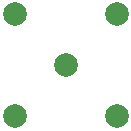
<source format=gbr>
G04 #@! TF.GenerationSoftware,KiCad,Pcbnew,5.1.5+dfsg1-2build2*
G04 #@! TF.CreationDate,2022-03-04T22:05:38-05:00*
G04 #@! TF.ProjectId,SMA_FLANGE_4_HOLES,534d415f-464c-4414-9e47-455f345f484f,rev?*
G04 #@! TF.SameCoordinates,Original*
G04 #@! TF.FileFunction,Copper,L1,Top*
G04 #@! TF.FilePolarity,Positive*
%FSLAX46Y46*%
G04 Gerber Fmt 4.6, Leading zero omitted, Abs format (unit mm)*
G04 Created by KiCad (PCBNEW 5.1.5+dfsg1-2build2) date 2022-03-04 22:05:38*
%MOMM*%
%LPD*%
G04 APERTURE LIST*
%ADD10C,1.998980*%
G04 APERTURE END LIST*
D10*
X57600000Y-57600000D03*
X61900000Y-61900000D03*
X53300000Y-61900000D03*
X61900000Y-53300000D03*
X53300000Y-53300000D03*
M02*

</source>
